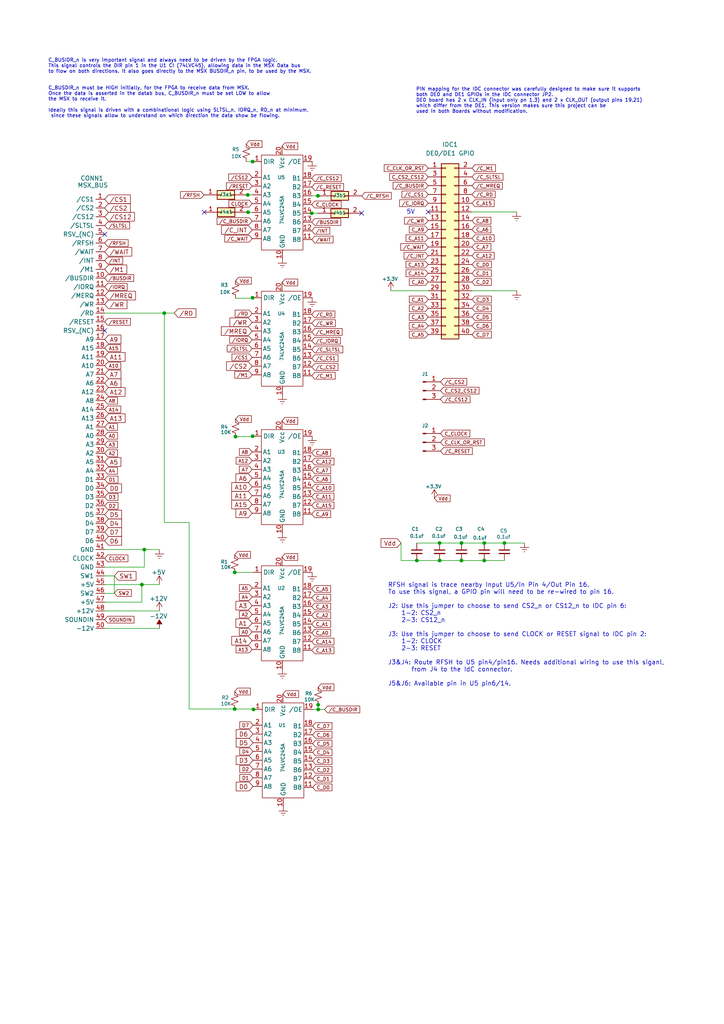
<source format=kicad_sch>
(kicad_sch (version 20211123) (generator eeschema)
  (paper "A4" portrait)
  (title_block (title "MSX FPGA Hat") (date "2023-01-31") (rev "1.1") (company "RCC") (comment 1 "Compatible with Terasic DE2-70 & DE2-115") (comment 2 "Designed for Terasic DE0 & DE1"))
  (junction (at 127.508 157.48))
  (junction (at 71.877 56.5317))
  (junction (at 140.462 157.48))
  (junction (at 73.533 205.74))
  (junction (at 71.9466 61.5421))
  (junction (at 47.6509 90.805))
  (junction (at 133.858 157.48))
  (junction (at 41.148 169.545))
  (junction (at 133.858 162.56))
  (junction (at 92.2244 56.7906))
  (junction (at 73.279 46.863))
  (junction (at 90.424 61.849))
  (junction (at 146.304 157.48))
  (junction (at 68.072 205.613))
  (junction (at 73.279 86.36))
  (junction (at 127.508 162.56))
  (junction (at 73.279 126.492))
  (junction (at 120.904 162.56))
  (junction (at 68.072 165.989))
  (junction (at 92.2788 204.4007))
  (junction (at 68.326 126.619))
  (junction (at 92.3027 205.74))
  (junction (at 41.8757 159.385))
  (junction (at 140.462 162.56))
  (no_connect (at 124.206 61.468))
  (no_connect (at 30.353 67.945))
  (no_connect (at 104.878 61.8336))
  (no_connect (at 30.353 95.885))
  (no_connect (at 59.2466 61.5421))
  (wire (pts (xy 41.148 169.545) (xy 41.148 174.625)))
  (wire (pts (xy 54.864 205.613) (xy 68.072 205.613)))
  (wire (pts (xy 71.877 56.515) (xy 71.877 56.5317)))
  (wire (pts (xy 47.6509 151.511) (xy 54.864 151.511)))
  (wire (pts (xy 140.462 157.48) (xy 146.304 157.48)))
  (wire (pts (xy 73.279 126.619) (xy 73.279 126.492)))
  (wire (pts (xy 41.8757 164.465) (xy 41.8757 159.385)))
  (wire (pts (xy 41.8757 159.385) (xy 46.228 159.385)))
  (wire (pts (xy 73.152 56.515) (xy 71.877 56.515)))
  (wire (pts (xy 92.2244 56.769) (xy 92.2244 56.7906)))
  (wire (pts (xy 73.533 205.613) (xy 73.533 205.74)))
  (wire (pts (xy 133.858 157.48) (xy 140.462 157.48)))
  (wire (pts (xy 90.424 61.8336) (xy 90.424 61.849)))
  (wire (pts (xy 140.462 162.56) (xy 146.304 162.56)))
  (wire (pts (xy 47.6509 90.805) (xy 47.6509 151.511)))
  (wire (pts (xy 120.904 157.48) (xy 127.508 157.48)))
  (wire (pts (xy 30.353 90.805) (xy 47.6509 90.805)))
  (wire (pts (xy 127.508 157.48) (xy 133.858 157.48)))
  (wire (pts (xy 30.353 182.245) (xy 46.228 182.245)))
  (wire (pts (xy 68.326 126.6804) (xy 68.326 126.619)))
  (wire (pts (xy 92.3027 204.4007) (xy 92.2788 204.4007)))
  (wire (pts (xy 113.3677 84.328) (xy 124.206 84.328)))
  (wire (pts (xy 68.072 205.613) (xy 73.533 205.613)))
  (wire (pts (xy 136.906 84.328) (xy 149.8876 84.328)))
  (wire (pts (xy 30.353 177.165) (xy 46.228 177.165)))
  (wire (pts (xy 33.1542 172.085) (xy 30.353 172.085)))
  (wire (pts (xy 47.6509 90.805) (xy 50.546 90.805)))
  (wire (pts (xy 146.304 157.48) (xy 152.146 157.48)))
  (wire (pts (xy 30.353 167.005) (xy 33.1542 167.005)))
  (wire (pts (xy 90.424 56.769) (xy 92.2244 56.769)))
  (wire (pts (xy 92.3027 205.74) (xy 94.1564 205.74)))
  (wire (pts (xy 92.3027 205.74) (xy 92.3027 204.4007)))
  (wire (pts (xy 41.148 169.545) (xy 46.228 169.545)))
  (wire (pts (xy 71.9466 61.595) (xy 71.9466 61.5421)))
  (wire (pts (xy 127.508 162.56) (xy 133.858 162.56)))
  (wire (pts (xy 30.353 164.465) (xy 41.8757 164.465)))
  (wire (pts (xy 68.072 165.989) (xy 73.279 165.989)))
  (wire (pts (xy 30.353 159.385) (xy 41.8757 159.385)))
  (wire (pts (xy 30.353 174.625) (xy 41.148 174.625)))
  (wire (pts (xy 92.178 61.8336) (xy 90.424 61.8336)))
  (wire (pts (xy 30.353 169.545) (xy 41.148 169.545)))
  (wire (pts (xy 73.279 86.487) (xy 73.279 86.36)))
  (wire (pts (xy 54.864 151.511) (xy 54.864 205.613)))
  (wire (pts (xy 116.332 162.56) (xy 120.904 162.56)))
  (wire (pts (xy 33.1542 167.005) (xy 33.1542 172.085)))
  (wire (pts (xy 73.279 46.8527) (xy 73.279 46.863)))
  (wire (pts (xy 73.152 61.595) (xy 71.9466 61.595)))
  (wire (pts (xy 120.904 162.56) (xy 127.508 162.56)))
  (wire (pts (xy 136.906 61.468) (xy 149.86 61.468)))
  (wire (pts (xy 68.326 86.487) (xy 73.279 86.487)))
  (wire (pts (xy 71.4173 46.8527) (xy 73.279 46.8527)))
  (wire (pts (xy 68.326 126.619) (xy 73.279 126.619)))
  (wire (pts (xy 90.805 205.74) (xy 92.3027 205.74)))
  (wire (pts (xy 133.858 162.56) (xy 140.462 162.56)))
  (wire (pts (xy 116.332 157.48) (xy 116.332 162.56)))
  (wire (pts (xy 68.072 166.1076) (xy 68.072 165.989)))
  (text "PIN mapping for the IDC connector was carefully designed to make sure it supports\nboth DE0 and DE1 GPIOs in the IDC connector JP2.\nDE0 board has 2 x CLK_IN (input only pn 1,3) and 2 x CLK_OUT (output pins 19.21)\nwhich differ from the DE1. This version makes sure this project can be\nused in both Boards without modification." (at 120.65 33.02 0) (effects (font (size 1 1)) (justify left bottom)))
  (text "RFSH signal is trace nearby Input U5/In Pin 4/Out Pin 16.\nTo use this signal, a GPIO pin will need to be re-wired to pin 16.\n\nJ2: Use this jumper to choose to send CS2_n or CS12_n to IDC pin 6:\n    1-2: CS2_n\n    2-3: CS12_n\n\nJ3: Use this jumper to choose to send CLOCK or RESET signal to IDC pin 2:\n    1-2: CLOCK\n    2-3: RESET\n\nJ3&J4: Route RFSH to U5 pin4/pin16. Needs additional wiring to use this siganl,\n       from J4 to the IdC connector.\n\nJ5&J6: Available pin in U5 pin6/14." (at 112.522 199.136 0) (effects (font (size 1.27 1.27)) (justify left bottom)))
  (text "5V" (at 117.887 62.3074 0) (effects (font (size 1.27 1.27)) (justify left bottom)))
  (text "C_BUSIDR_n is very important signal and always need to be driven by the FPGA logic.\nThis signal controls the DIR pin 1 in the U1 CI (74LVC45), allowing data in the MSX Data bus\nto flow on both directions. It also goes directly to the MSX BUSDIR_n pin, to be used by the MSX.\n\n\nC_BUSDIR_n must be HIGH initially, for the FPGA to receive data from MSX.\nOnce the data is asserted in the datab bus, C_BUSDIR_n must be set LOW to allow\nthe MSX to receive it.\n\nIdeally this signal is driven with a combinational logic using SLTSL_n, IORQ_n, RD_n at minimum,\n since these signals allow to understand on which direction the data show be flowing." (at 13.97 34.29 0) (effects (font (size 1 1)) (justify left bottom)))
  (global_label "Vdd" (shape input) (at 81.788 161.544 0) (effects (font (size 1 1))) (property "Intersheet References" "${INTERSHEET_REFS}" (effects hide)))
  (global_label "C_D5" (shape input) (at 136.906 91.948 0) (effects (font (size 1 1))) (property "Intersheet References" "${INTERSHEET_REFS}" (effects hide)))
  (global_label "{slash}C_SLTSL" (shape input) (at 136.906 51.308 0) (effects (font (size 1 1))) (property "Intersheet References" "${INTERSHEET_REFS}" (effects hide)))
  (global_label "{slash}C_RFSH" (shape input) (at 104.9244 56.7906 0) (effects (font (size 1 1))) (property "Intersheet References" "${INTERSHEET_REFS}" (effects hide)))
  (global_label "D4" (shape input) (at 30.353 151.765 0) (property "Intersheet References" "${INTERSHEET_REFS}" (effects hide)))
  (global_label "C_CS2_CS12" (shape input) (at 124.206 51.308 180) (effects (font (size 1 1))) (property "Intersheet References" "${INTERSHEET_REFS}" (effects hide)))
  (global_label "A9" (shape input) (at 73.152 148.844 180) (property "Intersheet References" "${INTERSHEET_REFS}" (effects hide)))
  (global_label "{slash}MREQ" (shape input) (at 73.152 96.012 180) (property "Intersheet References" "${INTERSHEET_REFS}" (effects hide)))
  (global_label "{slash}C_WAIT" (shape input) (at 73.152 69.215 180) (effects (font (size 1 1))) (property "Intersheet References" "${INTERSHEET_REFS}" (effects hide)))
  (global_label "{slash}C_RD" (shape input) (at 90.424 91.186 0) (effects (font (size 1 1))) (property "Intersheet References" "${INTERSHEET_REFS}" (effects hide)))
  (global_label "Vdd" (shape input) (at 82.042 201.295 0) (effects (font (size 1 1))) (property "Intersheet References" "${INTERSHEET_REFS}" (effects hide)))
  (global_label "Vdd" (shape input) (at 81.788 42.418 0) (effects (font (size 1 1))) (property "Intersheet References" "${INTERSHEET_REFS}" (effects hide)))
  (global_label "C_A13" (shape input) (at 90.424 188.595 0) (effects (font (size 1 1))) (property "Intersheet References" "${INTERSHEET_REFS}" (effects hide)))
  (global_label "{slash}C_CS1" (shape input) (at 90.424 103.886 0) (effects (font (size 1 1))) (property "Intersheet References" "${INTERSHEET_REFS}" (effects hide)))
  (global_label "{slash}C_M1" (shape input) (at 136.906 48.768 0) (effects (font (size 1 1))) (property "Intersheet References" "${INTERSHEET_REFS}" (effects hide)))
  (global_label "A11" (shape input) (at 30.353 103.505 0) (property "Intersheet References" "${INTERSHEET_REFS}" (effects hide)))
  (global_label "C_A6" (shape input) (at 90.424 138.938 0) (effects (font (size 1 1))) (property "Intersheet References" "${INTERSHEET_REFS}" (effects hide)))
  (global_label "C_A7" (shape input) (at 136.906 71.628 0) (effects (font (size 1 1))) (property "Intersheet References" "${INTERSHEET_REFS}" (effects hide)))
  (global_label "C_A4" (shape input) (at 124.206 94.488 180) (effects (font (size 1 1))) (property "Intersheet References" "${INTERSHEET_REFS}" (effects hide)))
  (global_label "{slash}WAIT" (shape input) (at 30.353 73.025 0) (property "Intersheet References" "${INTERSHEET_REFS}" (effects hide)))
  (global_label "D5" (shape input) (at 30.353 149.225 0) (property "Intersheet References" "${INTERSHEET_REFS}" (effects hide)))
  (global_label "D5" (shape input) (at 73.406 215.392 180) (property "Intersheet References" "${INTERSHEET_REFS}" (effects hide)))
  (global_label "C_A0" (shape input) (at 124.206 81.788 180) (effects (font (size 1 1))) (property "Intersheet References" "${INTERSHEET_REFS}" (effects hide)))
  (global_label "C_A2" (shape input) (at 124.206 89.408 180) (effects (font (size 1 1))) (property "Intersheet References" "${INTERSHEET_REFS}" (effects hide)))
  (global_label "A13" (shape input) (at 30.353 121.285 0) (property "Intersheet References" "${INTERSHEET_REFS}" (effects hide)))
  (global_label "C_D0" (shape input) (at 90.678 228.346 0) (effects (font (size 1 1))) (property "Intersheet References" "${INTERSHEET_REFS}" (effects hide)))
  (global_label "C_D0" (shape input) (at 136.906 76.708 0) (effects (font (size 1 1))) (property "Intersheet References" "${INTERSHEET_REFS}" (effects hide)))
  (global_label "{slash}C_SLTSL" (shape input) (at 90.424 101.346 0) (effects (font (size 1 1))) (property "Intersheet References" "${INTERSHEET_REFS}" (effects hide)))
  (global_label "{slash}MREQ" (shape input) (at 30.353 85.725 0) (property "Intersheet References" "${INTERSHEET_REFS}" (effects hide)))
  (global_label "Vdd" (shape input) (at 68.326 121.539 0) (effects (font (size 1 1))) (property "Intersheet References" "${INTERSHEET_REFS}" (effects hide)))
  (global_label "{slash}RFSH" (shape input) (at 59.177 56.5317 180) (effects (font (size 1 1))) (property "Intersheet References" "${INTERSHEET_REFS}" (effects hide)))
  (global_label "{slash}C_CS1" (shape input) (at 124.206 56.388 180) (effects (font (size 1 1))) (property "Intersheet References" "${INTERSHEET_REFS}" (effects hide)))
  (global_label "C_D7" (shape input) (at 90.678 210.566 0) (effects (font (size 1 1))) (property "Intersheet References" "${INTERSHEET_REFS}" (effects hide)))
  (global_label "{slash}CS2" (shape input) (at 30.353 60.325 0) (property "Intersheet References" "${INTERSHEET_REFS}" (effects hide)))
  (global_label "D7" (shape input) (at 30.353 154.305 0) (property "Intersheet References" "${INTERSHEET_REFS}" (effects hide)))
  (global_label "A5" (shape input) (at 30.353 133.985 0) (property "Intersheet References" "${INTERSHEET_REFS}" (effects hide)))
  (global_label "{slash}C_WR" (shape input) (at 90.424 93.726 0) (effects (font (size 1 1))) (property "Intersheet References" "${INTERSHEET_REFS}" (effects hide)))
  (global_label "{slash}C_IORQ" (shape input) (at 124.206 58.928 180) (effects (font (size 1 1))) (property "Intersheet References" "${INTERSHEET_REFS}" (effects hide)))
  (global_label "{slash}C_CS12" (shape input) (at 127.762 115.824 0) (effects (font (size 1 1))) (property "Intersheet References" "${INTERSHEET_REFS}" (effects hide)))
  (global_label "C_A12" (shape input) (at 90.424 133.858 0) (effects (font (size 1 1))) (property "Intersheet References" "${INTERSHEET_REFS}" (effects hide)))
  (global_label "C_CLK_OR_RST" (shape input) (at 127.762 128.27 0) (effects (font (size 1 1))) (property "Intersheet References" "${INTERSHEET_REFS}" (effects hide)))
  (global_label "A1" (shape input) (at 73.152 180.721 180) (property "Intersheet References" "${INTERSHEET_REFS}" (effects hide)))
  (global_label "C_A10" (shape input) (at 136.906 69.088 0) (effects (font (size 1 1))) (property "Intersheet References" "${INTERSHEET_REFS}" (effects hide)))
  (global_label "C_A9" (shape input) (at 124.206 66.548 180) (effects (font (size 1 1))) (property "Intersheet References" "${INTERSHEET_REFS}" (effects hide)))
  (global_label "{slash}RD" (shape input) (at 50.546 90.805 0) (property "Intersheet References" "${INTERSHEET_REFS}" (effects hide)))
  (global_label "A7" (shape input) (at 30.353 108.585 0) (property "Intersheet References" "${INTERSHEET_REFS}" (effects hide)))
  (global_label "{slash}C_WR" (shape input) (at 124.206 64.008 180) (effects (font (size 1 1))) (property "Intersheet References" "${INTERSHEET_REFS}" (effects hide)))
  (global_label "A10" (shape input) (at 73.152 141.224 180) (property "Intersheet References" "${INTERSHEET_REFS}" (effects hide)))
  (global_label "{slash}CS2" (shape input) (at 73.152 106.172 180) (property "Intersheet References" "${INTERSHEET_REFS}" (effects hide)))
  (global_label "C_D5" (shape input) (at 90.678 215.646 0) (effects (font (size 1 1))) (property "Intersheet References" "${INTERSHEET_REFS}" (effects hide)))
  (global_label "C_A8" (shape input) (at 90.424 131.318 0) (effects (font (size 1 1))) (property "Intersheet References" "${INTERSHEET_REFS}" (effects hide)))
  (global_label "C_A8" (shape input) (at 136.906 64.008 0) (effects (font (size 1 1))) (property "Intersheet References" "${INTERSHEET_REFS}" (effects hide)))
  (global_label "D6" (shape input) (at 73.406 212.852 180) (property "Intersheet References" "${INTERSHEET_REFS}" (effects hide)))
  (global_label "D3" (shape input) (at 73.406 220.472 180) (property "Intersheet References" "${INTERSHEET_REFS}" (effects hide)))
  (global_label "D0" (shape input) (at 73.406 228.092 180) (property "Intersheet References" "${INTERSHEET_REFS}" (effects hide)))
  (global_label "C_A15" (shape input) (at 136.906 58.928 0) (effects (font (size 1 1))) (property "Intersheet References" "${INTERSHEET_REFS}" (effects hide)))
  (global_label "SW1" (shape input) (at 33.1542 167.005 0) (property "Intersheet References" "${INTERSHEET_REFS}" (effects hide)))
  (global_label "C_D2" (shape input) (at 90.678 223.266 0) (effects (font (size 1 1))) (property "Intersheet References" "${INTERSHEET_REFS}" (effects hide)))
  (global_label "C_CLOCK" (shape input) (at 90.424 59.309 0) (effects (font (size 1 1))) (property "Intersheet References" "${INTERSHEET_REFS}" (effects hide)))
  (global_label "A9" (shape input) (at 30.353 98.425 0) (property "Intersheet References" "${INTERSHEET_REFS}" (effects hide)))
  (global_label "C_A3" (shape input) (at 124.206 91.948 180) (effects (font (size 1 1))) (property "Intersheet References" "${INTERSHEET_REFS}" (effects hide)))
  (global_label "A15" (shape input) (at 73.152 146.304 180) (property "Intersheet References" "${INTERSHEET_REFS}" (effects hide)))
  (global_label "C_D3" (shape input) (at 136.906 86.868 0) (effects (font (size 1 1))) (property "Intersheet References" "${INTERSHEET_REFS}" (effects hide)))
  (global_label "A12" (shape input) (at 30.353 113.665 0) (property "Intersheet References" "${INTERSHEET_REFS}" (effects hide)))
  (global_label "C_A6" (shape input) (at 136.906 66.548 0) (effects (font (size 1 1))) (property "Intersheet References" "${INTERSHEET_REFS}" (effects hide)))
  (global_label "C_A12" (shape input) (at 136.906 74.168 0) (effects (font (size 1 1))) (property "Intersheet References" "${INTERSHEET_REFS}" (effects hide)))
  (global_label "CLOCK" (shape input) (at 73.152 59.055 180) (effects (font (size 1 1))) (property "Intersheet References" "${INTERSHEET_REFS}" (effects hide)))
  (global_label "C_A4" (shape input) (at 90.424 173.355 0) (effects (font (size 1 1))) (property "Intersheet References" "${INTERSHEET_REFS}" (effects hide)))
  (global_label "C_A2" (shape input) (at 90.424 178.435 0) (effects (font (size 1 1))) (property "Intersheet References" "${INTERSHEET_REFS}" (effects hide)))
  (global_label "{slash}C_INT" (shape input) (at 124.206 74.168 180) (effects (font (size 1 1))) (property "Intersheet References" "${INTERSHEET_REFS}" (effects hide)))
  (global_label "{slash}CS12" (shape input) (at 73.152 51.435 180) (effects (font (size 1 1))) (property "Intersheet References" "${INTERSHEET_REFS}" (effects hide)))
  (global_label "{slash}WR" (shape input) (at 73.152 93.472 180) (property "Intersheet References" "${INTERSHEET_REFS}" (effects hide)))
  (global_label "A6" (shape input) (at 73.152 138.684 180) (property "Intersheet References" "${INTERSHEET_REFS}" (effects hide)))
  (global_label "{slash}C_BUSDIR" (shape input) (at 94.1564 205.74 0) (effects (font (size 1 1))) (property "Intersheet References" "${INTERSHEET_REFS}" (effects hide)))
  (global_label "{slash}M1" (shape input) (at 30.353 78.105 0) (property "Intersheet References" "${INTERSHEET_REFS}" (effects hide)))
  (global_label "{slash}C_RESET" (shape input) (at 127.762 130.81 0) (effects (font (size 1 1))) (property "Intersheet References" "${INTERSHEET_REFS}" (effects hide)))
  (global_label "{slash}CS1" (shape input) (at 30.353 57.785 0) (property "Intersheet References" "${INTERSHEET_REFS}" (effects hide)))
  (global_label "C_D2" (shape input) (at 136.906 81.788 0) (effects (font (size 1 1))) (property "Intersheet References" "${INTERSHEET_REFS}" (effects hide)))
  (global_label "Vdd" (shape input) (at 68.072 160.909 0) (effects (font (size 1 1))) (property "Intersheet References" "${INTERSHEET_REFS}" (effects hide)))
  (global_label "A6" (shape input) (at 30.353 111.125 0) (property "Intersheet References" "${INTERSHEET_REFS}" (effects hide)))
  (global_label "{slash}C_MREQ" (shape input) (at 136.906 53.848 0) (effects (font (size 1 1))) (property "Intersheet References" "${INTERSHEET_REFS}" (effects hide)))
  (global_label "A3" (shape input) (at 73.152 175.641 180) (property "Intersheet References" "${INTERSHEET_REFS}" (effects hide)))
  (global_label "D6" (shape input) (at 30.353 156.845 0) (property "Intersheet References" "${INTERSHEET_REFS}" (effects hide)))
  (global_label "A11" (shape input) (at 73.152 143.764 180) (property "Intersheet References" "${INTERSHEET_REFS}" (effects hide)))
  (global_label "{slash}CS12" (shape input) (at 30.353 62.865 0) (property "Intersheet References" "${INTERSHEET_REFS}" (effects hide)))
  (global_label "D0" (shape input) (at 30.353 141.605 0) (property "Intersheet References" "${INTERSHEET_REFS}" (effects hide)))
  (global_label "{slash}C_INT" (shape input) (at 73.152 66.675 180) (property "Intersheet References" "${INTERSHEET_REFS}" (effects hide)))
  (global_label "Vdd" (shape input) (at 116.332 157.48 180) (property "Intersheet References" "${INTERSHEET_REFS}" (effects hide)))
  (global_label "C_A11" (shape input) (at 90.424 144.018 0) (effects (font (size 1 1))) (property "Intersheet References" "${INTERSHEET_REFS}" (effects hide)))
  (global_label "A14" (shape input) (at 73.152 185.801 180) (property "Intersheet References" "${INTERSHEET_REFS}" (effects hide)))
  (global_label "{slash}WR" (shape input) (at 30.353 88.265 0) (property "Intersheet References" "${INTERSHEET_REFS}" (effects hide)))
  (global_label "{slash}C_CS2" (shape input) (at 127.762 110.744 0) (effects (font (size 1 1))) (property "Intersheet References" "${INTERSHEET_REFS}" (effects hide)))
  (global_label "{slash}C_BUSDIR" (shape input) (at 73.152 64.135 180) (effects (font (size 1 1))) (property "Intersheet References" "${INTERSHEET_REFS}" (effects hide)))
  (global_label "{slash}C_MREQ" (shape input) (at 90.424 96.266 0) (effects (font (size 1 1))) (property "Intersheet References" "${INTERSHEET_REFS}" (effects hide)))
  (global_label "C_D3" (shape input) (at 90.678 220.726 0) (effects (font (size 1 1))) (property "Intersheet References" "${INTERSHEET_REFS}" (effects hide)))
  (global_label "A3" (shape input) (at 30.353 128.905 0) (effects (font (size 1 1))) (property "Intersheet References" "${INTERSHEET_REFS}" (effects hide)))
  (global_label "CLOCK" (shape input) (at 30.353 161.925 0) (effects (font (size 1 1))) (property "Intersheet References" "${INTERSHEET_REFS}" (effects hide)))
  (global_label "A2" (shape input) (at 30.353 131.445 0) (effects (font (size 1 1))) (property "Intersheet References" "${INTERSHEET_REFS}" (effects hide)))
  (global_label "A15" (shape input) (at 30.353 100.965 0) (effects (font (size 1 1))) (property "Intersheet References" "${INTERSHEET_REFS}" (effects hide)))
  (global_label "A0" (shape input) (at 73.152 183.261 180) (effects (font (size 1 1))) (property "Intersheet References" "${INTERSHEET_REFS}" (effects hide)))
  (global_label "A8" (shape input) (at 73.152 131.064 180) (effects (font (size 1 1))) (property "Intersheet References" "${INTERSHEET_REFS}" (effects hide)))
  (global_label "C_A0" (shape input) (at 90.424 183.515 0) (effects (font (size 1 1))) (property "Intersheet References" "${INTERSHEET_REFS}" (effects hide)))
  (global_label "D2" (shape input) (at 73.406 223.012 180) (effects (font (size 1 1))) (property "Intersheet References" "${INTERSHEET_REFS}" (effects hide)))
  (global_label "Vdd" (shape input) (at 71.4173 41.7727 0) (effects (font (size 1 1))) (property "Intersheet References" "${INTERSHEET_REFS}" (effects hide)))
  (global_label "A10" (shape input) (at 30.353 106.045 0) (effects (font (size 1 1))) (property "Intersheet References" "${INTERSHEET_REFS}" (effects hide)))
  (global_label "A14" (shape input) (at 30.353 118.745 0) (effects (font (size 1 1))) (property "Intersheet References" "${INTERSHEET_REFS}" (effects hide)))
  (global_label "{slash}C_RESET" (shape input) (at 90.424 54.229 0) (effects (font (size 1 1))) (property "Intersheet References" "${INTERSHEET_REFS}" (effects hide)))
  (global_label "A5" (shape input) (at 73.152 170.561 180) (effects (font (size 1 1))) (property "Intersheet References" "${INTERSHEET_REFS}" (effects hide)))
  (global_label "{slash}BUSDIR" (shape input) (at 30.353 80.645 0) (effects (font (size 1 1))) (property "Intersheet References" "${INTERSHEET_REFS}" (effects hide)))
  (global_label "{slash}C_M1" (shape input) (at 90.424 108.966 0) (effects (font (size 1 1))) (property "Intersheet References" "${INTERSHEET_REFS}" (effects hide)))
  (global_label "{slash}IORQ" (shape input) (at 73.152 98.552 180) (effects (font (size 1 1))) (property "Intersheet References" "${INTERSHEET_REFS}" (effects hide)))
  (global_label "{slash}C_RD" (shape input) (at 136.906 56.388 0) (effects (font (size 1 1))) (property "Intersheet References" "${INTERSHEET_REFS}" (effects hide)))
  (global_label "Vdd" (shape input) (at 92.2788 199.3207 0) (effects (font (size 1 1))) (property "Intersheet References" "${INTERSHEET_REFS}" (effects hide)))
  (global_label "C_D1" (shape input) (at 136.906 79.248 0) (effects (font (size 1 1))) (property "Intersheet References" "${INTERSHEET_REFS}" (effects hide)))
  (global_label "C_CS2_CS12" (shape input) (at 127.762 113.284 0) (effects (font (size 1 1))) (property "Intersheet References" "${INTERSHEET_REFS}" (effects hide)))
  (global_label "C_A1" (shape input) (at 124.206 86.868 180) (effects (font (size 1 1))) (property "Intersheet References" "${INTERSHEET_REFS}" (effects hide)))
  (global_label "{slash}WAIT" (shape input) (at 90.424 69.469 0) (effects (font (size 1 1))) (property "Intersheet References" "${INTERSHEET_REFS}" (effects hide)))
  (global_label "C_D4" (shape input) (at 90.678 218.186 0) (effects (font (size 1 1))) (property "Intersheet References" "${INTERSHEET_REFS}" (effects hide)))
  (global_label "A12" (shape input) (at 73.152 133.604 180) (effects (font (size 1 1))) (property "Intersheet References" "${INTERSHEET_REFS}" (effects hide)))
  (global_label "C_D7" (shape input) (at 136.906 97.028 0) (effects (font (size 1 1))) (property "Intersheet References" "${INTERSHEET_REFS}" (effects hide)))
  (global_label "{slash}C_CS12" (shape input) (at 90.424 51.689 0) (effects (font (size 1 1))) (property "Intersheet References" "${INTERSHEET_REFS}" (effects hide)))
  (global_label "{slash}RFSH" (shape input) (at 30.353 70.485 0) (effects (font (size 1 1))) (property "Intersheet References" "${INTERSHEET_REFS}" (effects hide)))
  (global_label "C_A1" (shape input) (at 90.424 180.975 0) (effects (font (size 1 1))) (property "Intersheet References" "${INTERSHEET_REFS}" (effects hide)))
  (global_label "A0" (shape input) (at 30.353 126.365 0) (effects (font (size 1 1))) (property "Intersheet References" "${INTERSHEET_REFS}" (effects hide)))
  (global_label "Vdd" (shape input) (at 125.984 144.526 0) (effects (font (size 1 1))) (property "Intersheet References" "${INTERSHEET_REFS}" (effects hide)))
  (global_label "D7" (shape input) (at 73.406 210.312 180) (effects (font (size 1 1))) (property "Intersheet References" "${INTERSHEET_REFS}" (effects hide)))
  (global_label "C_A7" (shape input) (at 90.424 136.398 0) (effects (font (size 1 1))) (property "Intersheet References" "${INTERSHEET_REFS}" (effects hide)))
  (global_label "{slash}RESET" (shape input) (at 30.353 93.345 0) (effects (font (size 1 1))) (property "Intersheet References" "${INTERSHEET_REFS}" (effects hide)))
  (global_label "A2" (shape input) (at 73.152 178.181 180) (effects (font (size 1 1))) (property "Intersheet References" "${INTERSHEET_REFS}" (effects hide)))
  (global_label "C_D1" (shape input) (at 90.678 225.806 0) (effects (font (size 1 1))) (property "Intersheet References" "${INTERSHEET_REFS}" (effects hide)))
  (global_label "C_A10" (shape input) (at 90.424 141.478 0) (effects (font (size 1 1))) (property "Intersheet References" "${INTERSHEET_REFS}" (effects hide)))
  (global_label "A13" (shape input) (at 73.152 188.341 180) (effects (font (size 1 1))) (property "Intersheet References" "${INTERSHEET_REFS}" (effects hide)))
  (global_label "{slash}M1" (shape input) (at 73.152 108.712 180) (effects (font (size 1 1))) (property "Intersheet References" "${INTERSHEET_REFS}" (effects hide)))
  (global_label "D3" (shape input) (at 30.353 144.145 0) (effects (font (size 1 1))) (property "Intersheet References" "${INTERSHEET_REFS}" (effects hide)))
  (global_label "{slash}SLTSL" (shape input) (at 73.152 101.092 180) (effects (font (size 1 1))) (property "Intersheet References" "${INTERSHEET_REFS}" (effects hide)))
  (global_label "C_D4" (shape input) (at 136.906 89.408 0) (effects (font (size 1 1))) (property "Intersheet References" "${INTERSHEET_REFS}" (effects hide)))
  (global_label "D2" (shape input) (at 30.353 146.685 0) (effects (font (size 1 1))) (property "Intersheet References" "${INTERSHEET_REFS}" (effects hide)))
  (global_label "C_A14" (shape input) (at 124.206 79.248 180) (effects (font (size 1 1))) (property "Intersheet References" "${INTERSHEET_REFS}" (effects hide)))
  (global_label "A1" (shape input) (at 30.353 123.825 0) (effects (font (size 1 1))) (property "Intersheet References" "${INTERSHEET_REFS}" (effects hide)))
  (global_label "C_A5" (shape input) (at 124.206 97.028 180) (effects (font (size 1 1))) (property "Intersheet References" "${INTERSHEET_REFS}" (effects hide)))
  (global_label "C_A9" (shape input) (at 90.424 149.098 0) (effects (font (size 1 1))) (property "Intersheet References" "${INTERSHEET_REFS}" (effects hide)))
  (global_label "C_D6" (shape input) (at 136.906 94.488 0) (effects (font (size 1 1))) (property "Intersheet References" "${INTERSHEET_REFS}" (effects hide)))
  (global_label "{slash}C_WAIT" (shape input) (at 124.206 71.628 180) (effects (font (size 1 1))) (property "Intersheet References" "${INTERSHEET_REFS}" (effects hide)))
  (global_label "A8" (shape input) (at 30.353 116.205 0) (effects (font (size 1 1))) (property "Intersheet References" "${INTERSHEET_REFS}" (effects hide)))
  (global_label "{slash}RD" (shape input) (at 73.152 90.932 180) (effects (font (size 1 1))) (property "Intersheet References" "${INTERSHEET_REFS}" (effects hide)))
  (global_label "{slash}C_BUSDIR" (shape input) (at 124.206 53.848 180) (effects (font (size 1 1))) (property "Intersheet References" "${INTERSHEET_REFS}" (effects hide)))
  (global_label "D1" (shape input) (at 73.406 225.552 180) (effects (font (size 1 1))) (property "Intersheet References" "${INTERSHEET_REFS}" (effects hide)))
  (global_label "C_A14" (shape input) (at 90.424 186.055 0) (effects (font (size 1 1))) (property "Intersheet References" "${INTERSHEET_REFS}" (effects hide)))
  (global_label "C_A11" (shape input) (at 124.206 69.088 180) (effects (font (size 1 1))) (property "Intersheet References" "${INTERSHEET_REFS}" (effects hide)))
  (global_label "{slash}IORQ" (shape input) (at 30.353 83.185 0) (effects (font (size 1 1))) (property "Intersheet References" "${INTERSHEET_REFS}" (effects hide)))
  (global_label "C_D6" (shape input) (at 90.678 213.106 0) (effects (font (size 1 1))) (property "Intersheet References" "${INTERSHEET_REFS}" (effects hide)))
  (global_label "{slash}C_IORQ" (shape input) (at 90.424 98.806 0) (effects (font (size 1 1))) (property "Intersheet References" "${INTERSHEET_REFS}" (effects hide)))
  (global_label "C_CLOCK" (shape input) (at 127.762 125.73 0) (effects (font (size 1 1))) (property "Intersheet References" "${INTERSHEET_REFS}" (effects hide)))
  (global_label "{slash}CS1" (shape input) (at 73.152 103.632 180) (effects (font (size 1 1))) (property "Intersheet References" "${INTERSHEET_REFS}" (effects hide)))
  (global_label "{slash}SLTSL" (shape input) (at 30.353 65.405 0) (effects (font (size 1 1))) (property "Intersheet References" "${INTERSHEET_REFS}" (effects hide)))
  (global_label "{slash}INT" (shape input) (at 90.424 66.929 0) (effects (font (size 1 1))) (property "Intersheet References" "${INTERSHEET_REFS}" (effects hide)))
  (global_label "A7" (shape input) (at 73.152 136.144 180) (effects (font (size 1 1))) (property "Intersheet References" "${INTERSHEET_REFS}" (effects hide)))
  (global_label "D1" (shape input) (at 30.353 139.065 0) (effects (font (size 1 1))) (property "Intersheet References" "${INTERSHEET_REFS}" (effects hide)))
  (global_label "Vdd" (shape input) (at 68.072 200.533 0) (effects (font (size 1 1))) (property "Intersheet References" "${INTERSHEET_REFS}" (effects hide)))
  (global_label "C_A13" (shape input) (at 124.206 76.708 180) (effects (font (size 1 1))) (property "Intersheet References" "${INTERSHEET_REFS}" (effects hide)))
  (global_label "C_A3" (shape input) (at 90.424 175.895 0) (effects (font (size 1 1))) (property "Intersheet References" "${INTERSHEET_REFS}" (effects hide)))
  (global_label "C_A15" (shape input) (at 90.424 146.558 0) (effects (font (size 1 1))) (property "Intersheet References" "${INTERSHEET_REFS}" (effects hide)))
  (global_label "D4" (shape input) (at 73.406 217.932 180) (effects (font (size 1 1))) (property "Intersheet References" "${INTERSHEET_REFS}" (effects hide)))
  (global_label "Vdd" (shape input) (at 68.326 81.407 0) (effects (font (size 1 1))) (property "Intersheet References" "${INTERSHEET_REFS}" (effects hide)))
  (global_label "Vdd" (shape input) (at 81.788 122.047 0) (effects (font (size 1 1))) (property "Intersheet References" "${INTERSHEET_REFS}" (effects hide)))
  (global_label "A4" (shape input) (at 30.353 136.525 0) (effects (font (size 1 1))) (property "Intersheet References" "${INTERSHEET_REFS}" (effects hide)))
  (global_label "{slash}C_CS2" (shape input) (at 90.424 106.426 0) (effects (font (size 1 1))) (property "Intersheet References" "${INTERSHEET_REFS}" (effects hide)))
  (global_label "C_A5" (shape input) (at 90.424 170.815 0) (effects (font (size 1 1))) (property "Intersheet References" "${INTERSHEET_REFS}" (effects hide)))
  (global_label "{slash}RESET" (shape input) (at 73.152 53.975 180) (effects (font (size 1 1))) (property "Intersheet References" "${INTERSHEET_REFS}" (effects hide)))
  (global_label "SW2" (shape input) (at 33.1542 171.9795 0) (effects (font (size 1 1))) (property "Intersheet References" "${INTERSHEET_REFS}" (effects hide)))
  (global_label "C_CLK_OR_RST" (shape input) (at 124.206 48.768 180) (effects (font (size 1 1))) (property "Intersheet References" "${INTERSHEET_REFS}" (effects hide)))
  (global_label "Vdd" (shape input) (at 81.788 81.915 0) (effects (font (size 1 1))) (property "Intersheet References" "${INTERSHEET_REFS}" (effects hide)))
  (global_label "A4" (shape input) (at 73.152 173.101 180) (effects (font (size 1 1))) (property "Intersheet References" "${INTERSHEET_REFS}" (effects hide)))
  (global_label "{slash}BUSDIR" (shape input) (at 90.424 64.389 0) (effects (font (size 1 1))) (property "Intersheet References" "${INTERSHEET_REFS}" (effects hide)))
  (global_label "SOUNDIN" (shape input) (at 30.353 179.705 0) (effects (font (size 1 1))) (property "Intersheet References" "${INTERSHEET_REFS}" (effects hide)))
  (global_label "{slash}INT" (shape input) (at 30.353 75.565 0) (effects (font (size 1 1))) (property "Intersheet References" "${INTERSHEET_REFS}" (effects hide)))
  (symbol (lib_id "power:GNDREF") (at 81.915 154.686 0) (unit 1)
    (property "Reference" "#PWR018" (effects hide))
    (property "Value" "GNDREF" (effects hide))
  )
  (symbol (lib_id "power:-12V") (at 46.228 182.245 0) (unit 1)
    (property "Reference" "#PWR04" (effects hide))
    (property "Value" "-12V" (at 45.974 178.689 0))
  )
  (symbol (lib_id "Connector_Generic:Conn_02x01") (at 97.3044 56.7906 0) (unit 1)
    (property "Reference" "J3b1" (at 98.552 56.642 0) (effects (font (size 1 1))))
    (property "Value" "J3b" (effects hide))
    (property "Footprint" "Connector_PinHeader_2.54mm:PinHeader_1x02_P2.54mm_Vertical" (effects hide))
  )
  (symbol (lib_id "power:+3.3V") (at 113.3677 84.328 0) (unit 1)
    (property "Reference" "#PWR0109" (effects hide))
    (property "Value" "+3.3V" (at 113.1137 80.899 0) (effects (font (size 1 1))))
  )
  (symbol (lib_id "power:+5V") (at 46.228 169.545 0) (unit 1)
    (property "Reference" "#PWR02" (effects hide))
    (property "Value" "+5V" (at 45.974 165.989 0))
  )
  (symbol (lib_id "power:GNDREF") (at 90.551 46.863 0) (unit 1)
    (property "Reference" "#PWR06" (effects hide))
    (property "Value" "GNDREF" (effects hide))
  )
  (symbol (lib_id "Connector_Generic:Conn_02x01") (at 64.257 56.5317 0) (unit 1)
    (property "Reference" "J3a1" (at 65.532 56.388 0) (effects (font (size 1 1))))
    (property "Value" "J3a" (effects hide))
    (property "Footprint" "Connector_PinHeader_2.54mm:PinHeader_1x02_P2.54mm_Vertical" (effects hide))
  )
  (symbol (lib_id "Device:R_Small_US") (at 92.2788 201.8607 0) (unit 1)
    (property "Reference" "R6" (at 88.4688 201.0987 0) (effects (font (size 1 1)) (justify left)))
    (property "Value" "10K" (at 88.2148 202.8767 0) (effects (font (size 1 1)) (justify left)))
    (property "Footprint" "Resistor_THT:R_Axial_DIN0207_L6.3mm_D2.5mm_P7.62mm_Horizontal" (effects hide))
  )
  (symbol (lib_id "Connector:Conn_01x03_Male") (at 122.682 113.284 0) (unit 1)
    (property "Reference" "J1" (at 123.317 108.458 0) (effects (font (size 1 1))))
    (property "Value" "J1" (effects hide))
    (property "Footprint" "Connector_PinHeader_2.54mm:PinHeader_1x03_P2.54mm_Vertical" (effects hide))
  )
  (symbol (lib_id "Device:R_Small_US") (at 68.326 124.079 0) (unit 1)
    (property "Reference" "R4" (at 64.008 123.825 0) (effects (font (size 1 1)) (justify left)))
    (property "Value" "10K" (at 64.008 125.349 0) (effects (font (size 1 1)) (justify left)))
    (property "Footprint" "Resistor_THT:R_Axial_DIN0207_L6.3mm_D2.5mm_P7.62mm_Horizontal" (effects hide))
  )
  (symbol (lib_id "power:GNDREF") (at 149.8876 84.328 0) (unit 1)
    (property "Reference" "#PWR0101" (effects hide))
    (property "Value" "GNDREF" (effects hide))
  )
  (symbol (lib_id "Device:R_Small_US") (at 68.072 203.073 0) (unit 1)
    (property "Reference" "R2" (at 64.262 202.311 0) (effects (font (size 1 1)) (justify left)))
    (property "Value" "10K" (at 64.008 204.089 0) (effects (font (size 1 1)) (justify left)))
    (property "Footprint" "Resistor_THT:R_Axial_DIN0207_L6.3mm_D2.5mm_P7.62mm_Horizontal" (effects hide))
  )
  (symbol (lib_id "power:+12V") (at 46.228 177.165 0) (unit 1)
    (property "Reference" "#PWR03" (effects hide))
    (property "Value" "+12V" (at 45.974 173.609 0))
  )
  (symbol (lib_id "Device:C_Small") (at 146.304 160.02 0) (unit 1)
    (property "Reference" "C5" (at 145.034 153.924 0) (effects (font (size 1 1)) (justify left)))
    (property "Value" "0.1uf" (at 144.018 155.702 0) (effects (font (size 1 1)) (justify left)))
    (property "Footprint" "Capacitor_THT:C_Disc_D3.0mm_W1.6mm_P2.50mm" (effects hide))
  )
  (symbol (lib_id "Connector_Generic:Conn_02x20_Odd_Even") (at 129.286 71.628 0) (unit 1)
    (property "Reference" "IDC1" (at 130.556 41.91 0))
    (property "Value" "DE0/DE1 GPIO" (at 130.556 44.45 0))
    (property "Footprint" "Connector_PinHeader_2.54mm:PinHeader_2x20_P2.54mm_Vertical" (effects hide))
  )
  (symbol (lib_id "Device:R_Small_US") (at 68.072 163.449 0) (unit 1)
    (property "Reference" "R1" (at 64.008 162.941 0) (effects (font (size 1 1)) (justify left)))
    (property "Value" "10K" (at 64.008 164.465 0) (effects (font (size 1 1)) (justify left)))
    (property "Footprint" "Resistor_THT:R_Axial_DIN0207_L6.3mm_D2.5mm_P7.62mm_Horizontal" (effects hide))
  )
  (symbol (lib_id "power:GNDREF") (at 90.551 165.989 0) (unit 1)
    (property "Reference" "#PWR09" (effects hide))
    (property "Value" "GNDREF" (effects hide))
  )
  (symbol (lib_id "Device:C_Small") (at 140.462 160.02 0) (unit 1)
    (property "Reference" "C4" (at 138.43 153.416 0) (effects (font (size 1 1)) (justify left)))
    (property "Value" "0.1uf" (at 137.16 155.956 0) (effects (font (size 1 1)) (justify left)))
    (property "Footprint" "Capacitor_THT:C_Disc_D3.0mm_W1.6mm_P2.50mm" (effects hide))
  )
  (symbol (lib_id "power:GNDREF") (at 81.915 194.183 0) (unit 1)
    (property "Reference" "#PWR019" (effects hide))
    (property "Value" "GNDREF" (effects hide))
  )
  (symbol (lib_id "Device:R_Small_US") (at 68.326 83.947 0) (unit 1)
    (property "Reference" "R3" (at 64.008 82.677 0) (effects (font (size 1 1)) (justify left)))
    (property "Value" "10K" (at 63.754 84.709 0) (effects (font (size 1 1)) (justify left)))
    (property "Footprint" "Resistor_THT:R_Axial_DIN0207_L6.3mm_D2.5mm_P7.62mm_Horizontal" (effects hide))
  )
  (symbol (lib_id "power:GNDREF") (at 149.86 61.468 0) (unit 1)
    (property "Reference" "#PWR030" (effects hide))
    (property "Value" "GNDREF" (effects hide))
  )
  (symbol (lib_name "74LVC245A_1") (lib_id "Roni:74LVC245A") (at 140.462 134.493 0) (unit 1)
    (property "Reference" "U5" (at 80.518 51.435 0) (effects (font (size 1 1)) (justify left)))
    (property "Value" "74LVC245A" (at 81.788 65.151 90) (effects (font (size 1 1)) (justify left)))
    (property "Footprint" "Package_DIP:DIP-20_W7.62mm" (effects hide))
  )
  (symbol (lib_id "power:GNDREF") (at 90.551 126.492 0) (unit 1)
    (property "Reference" "#PWR07" (effects hide))
    (property "Value" "GNDREF" (effects hide))
  )
  (symbol (lib_id "Roni:MSX_BUS") (at 98.298 146.177 0) (unit 1)
    (property "Reference" "CONN1" (at 26.67 51.689 0))
    (property "Value" "MSX_BUS" (at 26.924 53.721 0))
    (property "Footprint" "Roni Footprints:MSX_CART" (effects hide))
  )
  (symbol (lib_id "power:GNDREF") (at 82.169 233.934 0) (unit 1)
    (property "Reference" "#PWR021" (effects hide))
    (property "Value" "GNDREF" (effects hide))
  )
  (symbol (lib_id "Device:C_Small") (at 133.858 160.02 0) (unit 1)
    (property "Reference" "C3" (at 132.08 153.416 0) (effects (font (size 1 1)) (justify left)))
    (property "Value" "0.1uf" (at 131.572 155.702 0) (effects (font (size 1 1)) (justify left)))
    (property "Footprint" "Capacitor_THT:C_Disc_D3.0mm_W1.6mm_P2.50mm" (effects hide))
  )
  (symbol (lib_id "power:GNDREF") (at 81.915 75.057 0) (unit 1)
    (property "Reference" "#PWR016" (effects hide))
    (property "Value" "GNDREF" (effects hide))
  )
  (symbol (lib_id "Roni:74LVC245A") (at 140.716 293.37 0) (unit 1)
    (property "Reference" "U1" (at 80.772 210.312 0) (effects (font (size 1 1)) (justify left)))
    (property "Value" "74LVC245A" (at 82.042 224.028 90) (effects (font (size 1 1)) (justify left)))
    (property "Footprint" "Package_DIP:DIP-20_W7.62mm" (effects hide))
  )
  (symbol (lib_id "Device:R_Small_US") (at 71.4173 44.3127 0) (unit 1)
    (property "Reference" "R5" (at 67.31 43.307 0) (effects (font (size 1 1)) (justify left)))
    (property "Value" "10K" (at 67.056 45.339 0) (effects (font (size 1 1)) (justify left)))
    (property "Footprint" "Resistor_THT:R_Axial_DIN0207_L6.3mm_D2.5mm_P7.62mm_Horizontal" (effects hide))
  )
  (symbol (lib_id "power:GNDREF") (at 152.146 157.48 0) (unit 1)
    (property "Reference" "#PWR034" (effects hide))
    (property "Value" "GNDREF" (effects hide))
  )
  (symbol (lib_name "74LVC245A_2") (lib_id "Roni:74LVC245A") (at 140.462 173.99 0) (unit 1)
    (property "Reference" "U4" (at 80.518 90.932 0) (effects (font (size 1 1)) (justify left)))
    (property "Value" "74LVC245A" (at 81.788 104.648 90) (effects (font (size 1 1)) (justify left)))
    (property "Footprint" "Package_DIP:DIP-20_W7.62mm" (effects hide))
  )
  (symbol (lib_id "Device:C_Small") (at 120.904 160.02 0) (unit 1)
    (property "Reference" "C1" (at 119.38 153.416 0) (effects (font (size 1 1)) (justify left)))
    (property "Value" "0.1uf" (at 118.872 155.448 0) (effects (font (size 1 1)) (justify left)))
    (property "Footprint" "Capacitor_THT:C_Disc_D3.0mm_W1.6mm_P2.50mm" (effects hide))
  )
  (symbol (lib_id "power:GNDREF") (at 81.915 114.554 0) (unit 1)
    (property "Reference" "#PWR017" (effects hide))
    (property "Value" "GNDREF" (effects hide))
  )
  (symbol (lib_id "Connector:Conn_01x03_Male") (at 122.682 128.27 0) (unit 1)
    (property "Reference" "J2" (at 123.317 123.444 0) (effects (font (size 1 1))))
    (property "Value" "J2" (effects hide))
    (property "Footprint" "Connector_PinHeader_2.54mm:PinHeader_1x03_P2.54mm_Vertical" (effects hide))
  )
  (symbol (lib_id "Connector_Generic:Conn_02x01") (at 97.258 61.8336 0) (unit 1)
    (property "Reference" "J4b1" (at 98.5056 61.685 0) (effects (font (size 1 1))))
    (property "Value" "J4b" (effects hide))
    (property "Footprint" "Connector_PinHeader_2.54mm:PinHeader_1x02_P2.54mm_Vertical" (effects hide))
  )
  (symbol (lib_id "power:+3.3V") (at 125.984 144.526 0) (unit 1)
    (property "Reference" "#PWR0110" (effects hide))
    (property "Value" "+3.3V" (at 125.73 141.097 0) (effects (font (size 1 1))))
  )
  (symbol (lib_id "power:GNDREF") (at 90.551 86.36 0) (unit 1)
    (property "Reference" "#PWR05" (effects hide))
    (property "Value" "GNDREF" (effects hide))
  )
  (symbol (lib_id "Device:C_Small") (at 127.508 160.02 0) (unit 1)
    (property "Reference" "C2" (at 126.238 153.416 0) (effects (font (size 1 1)) (justify left)))
    (property "Value" "0.1uf" (at 125.222 155.448 0) (effects (font (size 1 1)) (justify left)))
    (property "Footprint" "Capacitor_THT:C_Disc_D3.0mm_W1.6mm_P2.50mm" (effects hide))
  )
  (symbol (lib_id "Connector_Generic:Conn_02x01") (at 64.3266 61.5421 0) (unit 1)
    (property "Reference" "J4a1" (at 65.6016 61.3984 0) (effects (font (size 1 1))))
    (property "Value" "J4a" (effects hide))
    (property "Footprint" "Connector_PinHeader_2.54mm:PinHeader_1x02_P2.54mm_Vertical" (effects hide))
  )
  (symbol (lib_name "74LVC245A_3") (lib_id "Roni:74LVC245A") (at 140.462 214.122 0) (unit 1)
    (property "Reference" "U3" (at 80.518 131.064 0) (effects (font (size 1 1)) (justify left)))
    (property "Value" "74LVC245A" (at 81.788 144.78 90) (effects (font (size 1 1)) (justify left)))
    (property "Footprint" "Package_DIP:DIP-20_W7.62mm" (effects hide))
  )
  (symbol (lib_id "power:GNDREF") (at 46.228 159.385 0) (unit 1)
    (property "Reference" "#PWR01" (effects hide))
    (property "Value" "GNDREF" (effects hide))
  )
  (symbol (lib_name "74LVC245A_4") (lib_id "Roni:74LVC245A") (at 140.462 253.619 0) (unit 1)
    (property "Reference" "U2" (at 80.518 170.561 0) (effects (font (size 1 1)) (justify left)))
    (property "Value" "74LVC245A" (at 81.788 184.277 90) (effects (font (size 1 1)) (justify left)))
    (property "Footprint" "Package_DIP:DIP-20_W7.62mm" (effects hide))
  )
)
</source>
